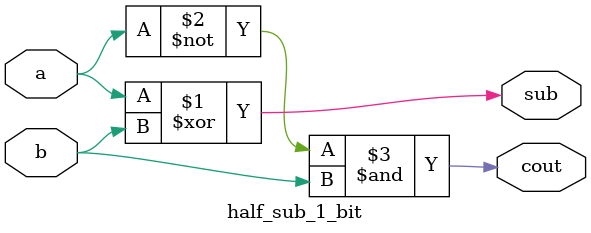
<source format=sv>
module half_sub_1_bit(
  input a, b,
  output sub, cout
  );
  
  xor x1(sub, a, b);
 and a1(cout, ~a, b);
  
endmodule

</source>
